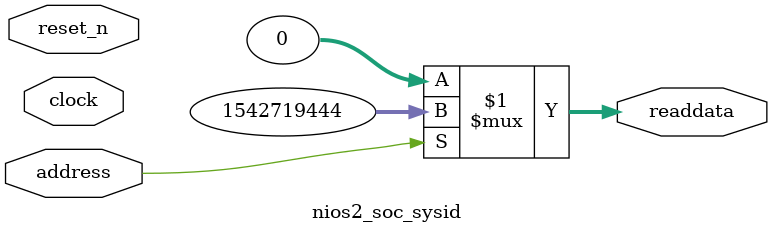
<source format=v>

`timescale 1ns / 1ps
// synthesis translate_on

// turn off superfluous verilog processor warnings 
// altera message_level Level1 
// altera message_off 10034 10035 10036 10037 10230 10240 10030 

module nios2_soc_sysid (
               // inputs:
                address,
                clock,
                reset_n,

               // outputs:
                readdata
             )
;

  output  [ 31: 0] readdata;
  input            address;
  input            clock;
  input            reset_n;

  wire    [ 31: 0] readdata;
  //control_slave, which is an e_avalon_slave
  assign readdata = address ? 1542719444 : 0;

endmodule




</source>
